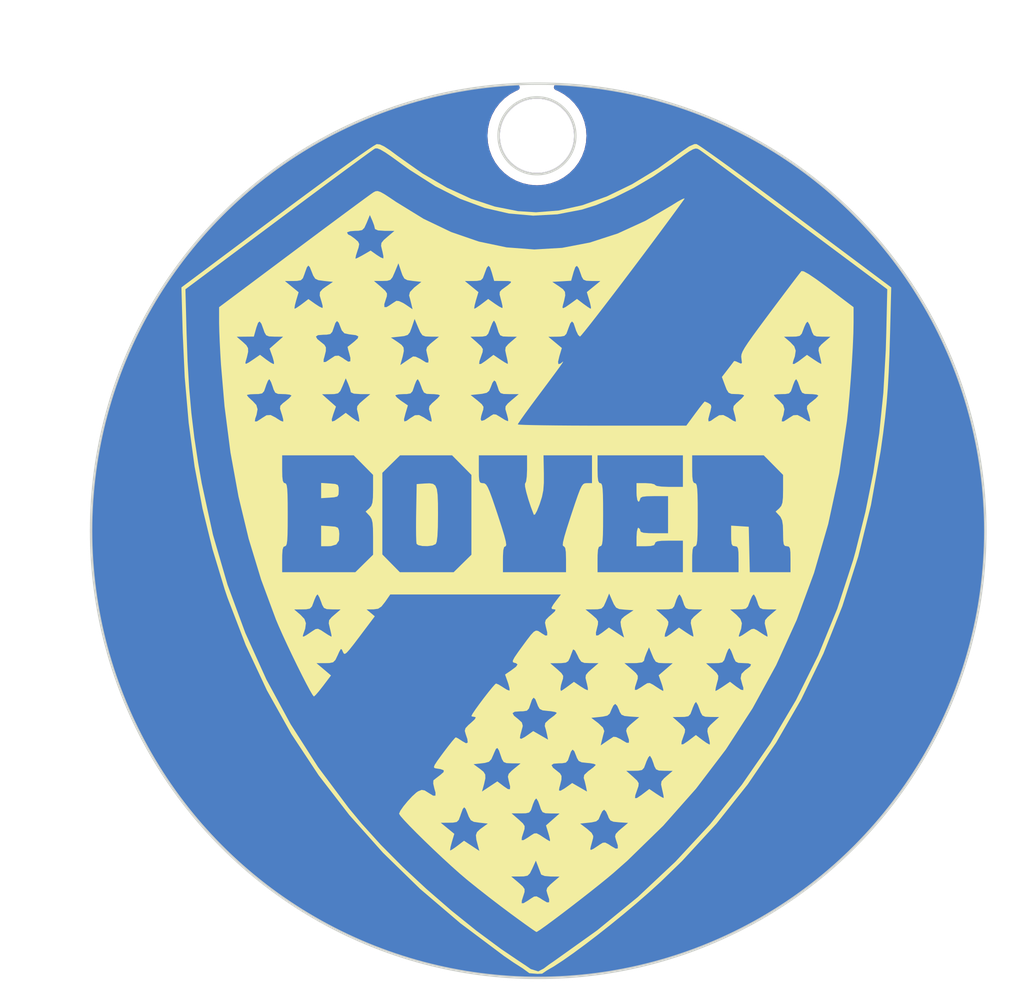
<source format=kicad_pcb>
(kicad_pcb (version 20221018) (generator pcbnew)
  (layers (0 "F.Cu" signal) (31 "B.Cu" signal) (34 "B.Paste" user) (35 "F.Paste" user) (36 "B.SilkS" user "B.Silkscreen") (37 "F.SilkS" user "F.Silkscreen") (38 "B.Mask" user) (39 "F.Mask" user) (44 "Edge.Cuts" user))
  (net 0 "")
  (footprint "EESTN5:Bover_Huella_frontal_FCU" (layer "F.Cu") (at 127.3 100.9)
    (fp_text reference "G1" hide)
    (fp_text value "LOGO" hide)
  )
  (footprint "EESTN5:hole_3mm" (layer "F.Cu") (at 127.25 84.5)
    (fp_text reference "H1" hide)
    (fp_text value "Mounting_Hole" hide)
    (fp_circle (center 0 0) (end 1.555635 0) (stroke (width 0.1)) (fill none) (layer "Edge.Cuts"))
  )
  (gr_circle (center 127.3 100.5) (end 145.41146 100.5) (stroke (width 0.1)) (fill none) (layer "Edge.Cuts"))
  (zone (net 0) (net_name "") (layers "F&B.Cu") (connect_pads (clearance 0.5)) (min_thickness 0.25) (fill yes (thermal_gap 0.5) (thermal_bridge_width 0.5) (smoothing fillet) (island_removal_mode 1) (island_area_min 9.999999))
    (polygon (pts (xy 146.5 119) (xy 105.5 119) (xy 105.5 79) (xy 147 79)))
  )
)
</source>
